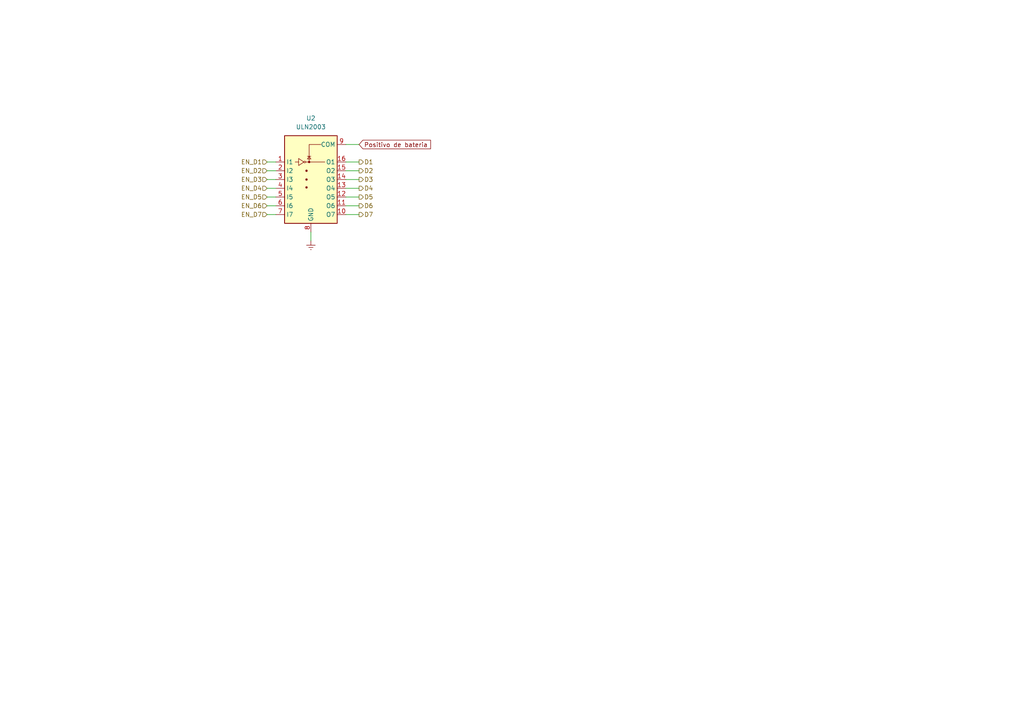
<source format=kicad_sch>
(kicad_sch (version 20230121) (generator eeschema)
  (paper "A4")
  (lib_symbols
    (symbol "Transistor_Array:ULN2003"
      (property "Reference" "U" (at 0 15.875 0))
      (property "Value" "ULN2003" (at 0 13.97 0))
      (symbol "ULN2003_0_1"
        (rectangle (start -7.62 -12.7) (end 7.62 12.7) (stroke (width 0.254)) (fill (type background)))
        (circle (center -1.778 5.08) (radius 0.254))
        (circle (center -1.27 -2.286) (radius 0.254) (fill (type outline)))
        (circle (center -1.27 0) (radius 0.254) (fill (type outline)))
        (circle (center -1.27 2.54) (radius 0.254) (fill (type outline)))
        (circle (center -0.508 5.08) (radius 0.254) (fill (type outline)))
        (polyline (pts (xy -4.572 5.08) (xy -3.556 5.08)))
        (polyline (pts (xy -1.524 5.08) (xy 4.064 5.08)))
        (polyline (pts (xy 0 6.731) (xy -1.016 6.731)))
        (polyline (pts (xy -0.508 5.08) (xy -0.508 10.16) (xy 2.921 10.16)))
        (polyline (pts (xy -3.556 6.096) (xy -3.556 4.064) (xy -2.032 5.08) (xy -3.556 6.096)))
        (polyline (pts (xy 0 5.969) (xy -1.016 5.969) (xy -0.508 6.731) (xy 0 5.969)))
      )
      (symbol "ULN2003_1_1"
        (pin input line (at -10.16 5.08 0) (length 2.54) (name "I1") (number "1"))
        (pin open_collector line (at 10.16 -10.16 180) (length 2.54) (name "O7") (number "10"))
        (pin open_collector line (at 10.16 -7.62 180) (length 2.54) (name "O6") (number "11"))
        (pin open_collector line (at 10.16 -5.08 180) (length 2.54) (name "O5") (number "12"))
        (pin open_collector line (at 10.16 -2.54 180) (length 2.54) (name "O4") (number "13"))
        (pin open_collector line (at 10.16 0 180) (length 2.54) (name "O3") (number "14"))
        (pin open_collector line (at 10.16 2.54 180) (length 2.54) (name "O2") (number "15"))
        (pin open_collector line (at 10.16 5.08 180) (length 2.54) (name "O1") (number "16"))
        (pin input line (at -10.16 2.54 0) (length 2.54) (name "I2") (number "2"))
        (pin input line (at -10.16 0 0) (length 2.54) (name "I3") (number "3"))
        (pin input line (at -10.16 -2.54 0) (length 2.54) (name "I4") (number "4"))
        (pin input line (at -10.16 -5.08 0) (length 2.54) (name "I5") (number "5"))
        (pin input line (at -10.16 -7.62 0) (length 2.54) (name "I6") (number "6"))
        (pin input line (at -10.16 -10.16 0) (length 2.54) (name "I7") (number "7"))
        (pin power_in line (at 0 -15.24 90) (length 2.54) (name "GND") (number "8"))
        (pin passive line (at 10.16 10.16 180) (length 2.54) (name "COM") (number "9"))
      )
    )
    (symbol "power:Earth" (power) (pin_names (offset 0))
      (symbol "Earth_0_1"
        (polyline (pts (xy -0.635 -1.905) (xy 0.635 -1.905)))
        (polyline (pts (xy -0.127 -2.54) (xy 0.127 -2.54)))
        (polyline (pts (xy 0 -1.27) (xy 0 0)))
        (polyline (pts (xy 1.27 -1.27) (xy -1.27 -1.27)))
      )
      (symbol "Earth_1_1"
        (pin power_in line (at 0 0 270) (length 0) hide (name "Earth") (number "1"))
      )
    )
  )
  (wire (pts (xy 100.33 52.07) (xy 104.14 52.07)))
  (wire (pts (xy 100.33 54.61) (xy 104.14 54.61)))
  (wire (pts (xy 100.33 57.15) (xy 104.14 57.15)))
  (wire (pts (xy 77.47 62.23) (xy 80.01 62.23)))
  (wire (pts (xy 100.33 62.23) (xy 104.14 62.23)))
  (wire (pts (xy 77.47 57.15) (xy 80.01 57.15)))
  (wire (pts (xy 77.47 52.07) (xy 80.01 52.07)))
  (wire (pts (xy 100.33 49.53) (xy 104.14 49.53)))
  (wire (pts (xy 100.33 46.99) (xy 104.14 46.99)))
  (wire (pts (xy 77.47 54.61) (xy 80.01 54.61)))
  (wire (pts (xy 77.47 49.53) (xy 80.01 49.53)))
  (wire (pts (xy 77.47 46.99) (xy 80.01 46.99)))
  (wire (pts (xy 100.33 41.91) (xy 104.14 41.91)))
  (wire (pts (xy 100.33 59.69) (xy 104.14 59.69)))
  (wire (pts (xy 90.17 67.31) (xy 90.17 69.85)))
  (wire (pts (xy 77.47 59.69) (xy 80.01 59.69)))
  (global_label "Positivo de bateria" (shape input) (at 104.14 41.91 0) (property "Intersheetrefs" "${INTERSHEET_REFS}" (effects hide)))
  (hierarchical_label "D1" (shape output) (at 104.14 46.99 0))
  (hierarchical_label "D7" (shape output) (at 104.14 62.23 0))
  (hierarchical_label "D6" (shape output) (at 104.14 59.69 0))
  (hierarchical_label "D5" (shape output) (at 104.14 57.15 0))
  (hierarchical_label "EN_D4" (shape input) (at 77.47 54.61 180))
  (hierarchical_label "EN_D6" (shape input) (at 77.47 59.69 180))
  (hierarchical_label "EN_D2" (shape input) (at 77.47 49.53 180))
  (hierarchical_label "D2" (shape output) (at 104.14 49.53 0))
  (hierarchical_label "D4" (shape output) (at 104.14 54.61 0))
  (hierarchical_label "EN_D7" (shape input) (at 77.47 62.23 180))
  (hierarchical_label "EN_D5" (shape input) (at 77.47 57.15 180))
  (hierarchical_label "EN_D3" (shape input) (at 77.47 52.07 180))
  (hierarchical_label "D3" (shape output) (at 104.14 52.07 0))
  (hierarchical_label "EN_D1" (shape input) (at 77.47 46.99 180))
  (symbol (lib_id "Transistor_Array:ULN2003") (at 90.17 52.07 0) (unit 1)
    (property "Reference" "U2" (at 90.17 34.29 0))
    (property "Value" "ULN2003" (at 90.17 36.83 0))
    (property "Datasheet" "http://www.ti.com/lit/ds/symlink/uln2003a.pdf" (effects hide))
  )
  (symbol (lib_id "power:Earth") (at 90.17 69.85 0) (unit 1)
    (property "Reference" "#PWR03" (effects hide))
    (property "Value" "Earth" (effects hide))
  )
)
</source>
